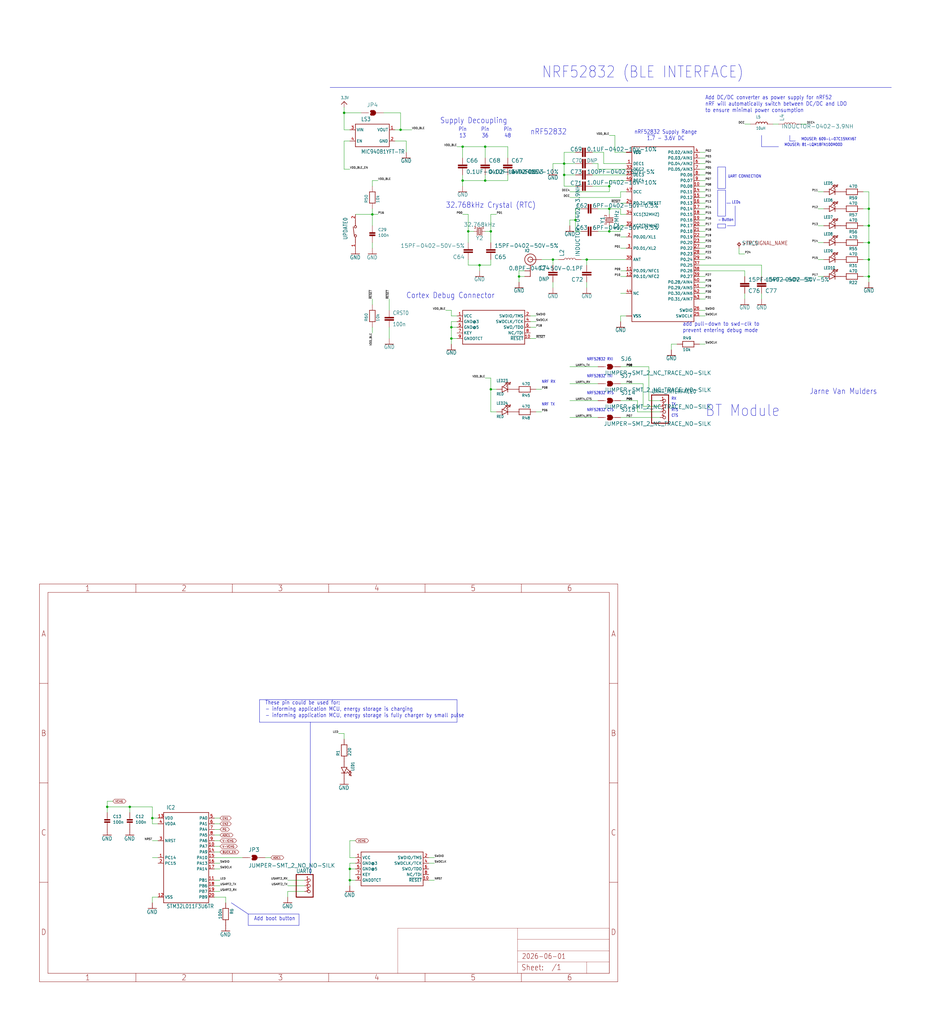
<source format=kicad_sch>
(kicad_sch (version 20230121) (generator eeschema)
  (paper "User" 425.45 461.01)
  (junction (at 233.68 124.46))
  (junction (at 203.2 147.32))
  (junction (at 68.58 368.3))
  (junction (at 208.28 66.04))
  (junction (at 274.32 93.98))
  (junction (at 254 73.66))
  (junction (at 248.92 116.84))
  (junction (at 58.42 363.22))
  (junction (at 274.32 83.82))
  (junction (at 391.16 109.22))
  (junction (at 154.94 50.8))
  (junction (at 180.34 58.42))
  (junction (at 218.44 81.28))
  (junction (at 391.16 116.84))
  (junction (at 259.08 99.06))
  (junction (at 220.98 175.26))
  (junction (at 391.16 124.46))
  (junction (at 48.26 363.22))
  (junction (at 203.2 152.4))
  (junction (at 274.32 104.14))
  (junction (at 254 78.74))
  (junction (at 220.98 104.14))
  (junction (at 167.64 96.52))
  (junction (at 391.16 101.6))
  (junction (at 218.44 66.04))
  (junction (at 215.9 119.38))
  (junction (at 157.48 391.16))
  (junction (at 208.28 81.28))
  (junction (at 157.48 396.24))
  (junction (at 391.16 93.98))
  (junction (at 264.16 116.84))
  (junction (at 210.82 104.14))
  (wire (pts (xy 314.96 104.14) (xy 317.5 104.14)) (stroke (width 0.1524)))
  (polyline (pts (xy 139.7 325.12) (xy 116.84 325.12)) (stroke (width 0.1524) (type solid)))
  (wire (pts (xy 205.74 66.04) (xy 208.28 66.04)) (stroke (width 0.1524)))
  (wire (pts (xy 238.76 147.32) (xy 241.3 147.32)) (stroke (width 0.1524)))
  (wire (pts (xy 167.64 147.32) (xy 167.64 149.86)) (stroke (width 0.1524)))
  (wire (pts (xy 276.86 60.96) (xy 274.32 60.96)) (stroke (width 0.1524)))
  (polyline (pts (xy 111.76 416.56) (xy 111.76 411.48)) (stroke (width 0.1524) (type solid)))
  (wire (pts (xy 175.26 147.32) (xy 175.26 152.4)) (stroke (width 0.1524)))
  (wire (pts (xy 314.96 71.12) (xy 317.5 71.12)) (stroke (width 0.1524)))
  (wire (pts (xy 388.62 124.46) (xy 391.16 124.46)) (stroke (width 0.1524)))
  (wire (pts (xy 220.98 96.52) (xy 220.98 104.14)) (stroke (width 0.1524)))
  (wire (pts (xy 279.4 142.24) (xy 279.4 144.78)) (stroke (width 0.1524)))
  (wire (pts (xy 281.94 101.6) (xy 279.4 101.6)) (stroke (width 0.1524)))
  (wire (pts (xy 314.96 111.76) (xy 317.5 111.76)) (stroke (width 0.1524)))
  (wire (pts (xy 96.52 383.54) (xy 99.06 383.54)) (stroke (width 0.1524)))
  (polyline (pts (xy 104.14 406.4) (xy 111.76 411.48)) (stroke (width 0.1524) (type solid)))
  (wire (pts (xy 205.74 147.32) (xy 203.2 147.32)) (stroke (width 0.1524)))
  (wire (pts (xy 154.94 330.2) (xy 152.4 330.2)) (stroke (width 0.1524)))
  (wire (pts (xy 96.52 403.86) (xy 101.6 403.86)) (stroke (width 0.1524)))
  (wire (pts (xy 180.34 50.8) (xy 180.34 58.42)) (stroke (width 0.1524)))
  (wire (pts (xy 279.4 96.52) (xy 279.4 93.98)) (stroke (width 0.1524)))
  (wire (pts (xy 314.96 154.94) (xy 317.5 154.94)) (stroke (width 0.1524)))
  (polyline (pts (xy 327.406 101.6) (xy 330.962 101.6)) (stroke (width 0.1524) (type solid)))
  (wire (pts (xy 271.78 73.66) (xy 281.94 73.66)) (stroke (width 0.1524)))
  (wire (pts (xy 388.62 109.22) (xy 391.16 109.22)) (stroke (width 0.1524)))
  (wire (pts (xy 391.16 109.22) (xy 391.16 116.84)) (stroke (width 0.1524)))
  (wire (pts (xy 332.74 111.76) (xy 332.74 114.3)) (stroke (width 0.1524)))
  (wire (pts (xy 154.94 50.8) (xy 154.94 58.42)) (stroke (width 0.1524)))
  (wire (pts (xy 96.52 398.78) (xy 99.06 398.78)) (stroke (width 0.1524)))
  (wire (pts (xy 193.04 386.08) (xy 195.58 386.08)) (stroke (width 0.1524)))
  (wire (pts (xy 254 73.66) (xy 254 78.74)) (stroke (width 0.1524)))
  (wire (pts (xy 220.98 96.52) (xy 223.52 96.52)) (stroke (width 0.1524)))
  (wire (pts (xy 281.94 132.08) (xy 279.4 132.08)) (stroke (width 0.1524)))
  (wire (pts (xy 193.04 396.24) (xy 195.58 396.24)) (stroke (width 0.1524)))
  (wire (pts (xy 259.08 99.06) (xy 256.54 99.06)) (stroke (width 0.1524)))
  (wire (pts (xy 289.56 182.88) (xy 289.56 172.72)) (stroke (width 0.1524)))
  (wire (pts (xy 137.16 401.32) (xy 129.54 401.32)) (stroke (width 0.1524)))
  (wire (pts (xy 259.08 78.74) (xy 254 78.74)) (stroke (width 0.1524)))
  (wire (pts (xy 96.52 375.92) (xy 99.06 375.92)) (stroke (width 0.1524)))
  (wire (pts (xy 302.26 154.94) (xy 302.26 157.48)) (stroke (width 0.1524)))
  (wire (pts (xy 281.94 111.76) (xy 279.4 111.76)) (stroke (width 0.1524)))
  (wire (pts (xy 314.96 129.54) (xy 317.5 129.54)) (stroke (width 0.1524)))
  (wire (pts (xy 314.96 76.2) (xy 317.5 76.2)) (stroke (width 0.1524)))
  (polyline (pts (xy 342.9 60.96) (xy 342.9 66.04)) (stroke (width 0.1524) (type solid)))
  (wire (pts (xy 241.3 185.42) (xy 243.84 185.42)) (stroke (width 0.1524)))
  (wire (pts (xy 96.52 401.32) (xy 99.06 401.32)) (stroke (width 0.1524)))
  (wire (pts (xy 210.82 109.22) (xy 210.82 104.14)) (stroke (width 0.1524)))
  (wire (pts (xy 96.52 368.3) (xy 99.06 368.3)) (stroke (width 0.1524)))
  (wire (pts (xy 314.96 139.7) (xy 317.5 139.7)) (stroke (width 0.1524)))
  (wire (pts (xy 279.4 101.6) (xy 279.4 104.14)) (stroke (width 0.1524)))
  (wire (pts (xy 314.96 116.84) (xy 317.5 116.84)) (stroke (width 0.1524)))
  (wire (pts (xy 391.16 101.6) (xy 391.16 109.22)) (stroke (width 0.1524)))
  (wire (pts (xy 241.3 175.26) (xy 243.84 175.26)) (stroke (width 0.1524)))
  (wire (pts (xy 388.62 86.36) (xy 391.16 86.36)) (stroke (width 0.1524)))
  (wire (pts (xy 223.52 185.42) (xy 220.98 185.42)) (stroke (width 0.1524)))
  (wire (pts (xy 238.76 142.24) (xy 241.3 142.24)) (stroke (width 0.1524)))
  (polyline (pts (xy 139.7 393.7) (xy 139.7 325.12)) (stroke (width 0.1524) (type solid)))
  (wire (pts (xy 279.4 88.9) (xy 256.54 88.9)) (stroke (width 0.1524)))
  (wire (pts (xy 269.24 187.96) (xy 256.54 187.96)) (stroke (width 0.1524)))
  (wire (pts (xy 269.24 172.72) (xy 256.54 172.72)) (stroke (width 0.1524)))
  (wire (pts (xy 391.16 124.46) (xy 391.16 127)) (stroke (width 0.1524)))
  (wire (pts (xy 274.32 93.98) (xy 279.4 93.98)) (stroke (width 0.1524)))
  (wire (pts (xy 259.08 99.06) (xy 259.08 104.14)) (stroke (width 0.1524)))
  (wire (pts (xy 287.02 185.42) (xy 287.02 180.34)) (stroke (width 0.1524)))
  (wire (pts (xy 68.58 363.22) (xy 58.42 363.22)) (stroke (width 0.1524)))
  (wire (pts (xy 238.76 152.4) (xy 241.3 152.4)) (stroke (width 0.1524)))
  (wire (pts (xy 281.94 91.44) (xy 279.4 91.44)) (stroke (width 0.1524)))
  (wire (pts (xy 162.56 50.8) (xy 154.94 50.8)) (stroke (width 0.1524)))
  (wire (pts (xy 208.28 83.82) (xy 208.28 81.28)) (stroke (width 0.1524)))
  (wire (pts (xy 96.52 388.62) (xy 99.06 388.62)) (stroke (width 0.1524)))
  (wire (pts (xy 314.96 96.52) (xy 317.5 96.52)) (stroke (width 0.1524)))
  (wire (pts (xy 335.28 124.46) (xy 335.28 121.92)) (stroke (width 0.1524)))
  (wire (pts (xy 391.16 93.98) (xy 391.16 101.6)) (stroke (width 0.1524)))
  (wire (pts (xy 370.84 93.98) (xy 368.3 93.98)) (stroke (width 0.1524)))
  (wire (pts (xy 314.96 134.62) (xy 317.5 134.62)) (stroke (width 0.1524)))
  (wire (pts (xy 238.76 144.78) (xy 241.3 144.78)) (stroke (width 0.1524)))
  (wire (pts (xy 360.68 55.88) (xy 363.22 55.88)) (stroke (width 0.1524)))
  (wire (pts (xy 203.2 139.7) (xy 200.66 139.7)) (stroke (width 0.1524)))
  (wire (pts (xy 203.2 142.24) (xy 203.2 139.7)) (stroke (width 0.1524)))
  (wire (pts (xy 264.16 129.54) (xy 264.16 127)) (stroke (width 0.1524)))
  (polyline (pts (xy 205.74 325.12) (xy 139.7 325.12)) (stroke (width 0.1524) (type solid)))
  (wire (pts (xy 154.94 48.26) (xy 154.94 50.8)) (stroke (width 0.1524)))
  (wire (pts (xy 248.92 73.66) (xy 248.92 76.2)) (stroke (width 0.1524)))
  (wire (pts (xy 218.44 78.74) (xy 218.44 81.28)) (stroke (width 0.1524)))
  (wire (pts (xy 154.94 58.42) (xy 157.48 58.42)) (stroke (width 0.1524)))
  (wire (pts (xy 220.98 116.84) (xy 220.98 119.38)) (stroke (width 0.1524)))
  (wire (pts (xy 388.62 93.98) (xy 391.16 93.98)) (stroke (width 0.1524)))
  (wire (pts (xy 279.4 180.34) (xy 287.02 180.34)) (stroke (width 0.1524)))
  (wire (pts (xy 254 68.58) (xy 254 73.66)) (stroke (width 0.1524)))
  (wire (pts (xy 208.28 81.28) (xy 208.28 78.74)) (stroke (width 0.1524)))
  (wire (pts (xy 281.94 142.24) (xy 279.4 142.24)) (stroke (width 0.1524)))
  (wire (pts (xy 342.9 132.08) (xy 342.9 134.62)) (stroke (width 0.1524)))
  (wire (pts (xy 210.82 96.52) (xy 210.82 104.14)) (stroke (width 0.1524)))
  (wire (pts (xy 304.8 154.94) (xy 302.26 154.94)) (stroke (width 0.1524)))
  (wire (pts (xy 279.4 187.96) (xy 297.18 187.96)) (stroke (width 0.1524)))
  (wire (pts (xy 347.98 55.88) (xy 350.52 55.88)) (stroke (width 0.1524)))
  (wire (pts (xy 71.12 378.46) (xy 68.58 378.46)) (stroke (width 0.1524)))
  (wire (pts (xy 203.2 152.4) (xy 203.2 154.94)) (stroke (width 0.1524)))
  (wire (pts (xy 254 83.82) (xy 259.08 83.82)) (stroke (width 0.1524)))
  (wire (pts (xy 269.24 104.14) (xy 274.32 104.14)) (stroke (width 0.1524)))
  (wire (pts (xy 314.96 73.66) (xy 317.5 73.66)) (stroke (width 0.1524)))
  (wire (pts (xy 251.46 116.84) (xy 248.92 116.84)) (stroke (width 0.1524)))
  (wire (pts (xy 167.64 96.52) (xy 167.64 101.6)) (stroke (width 0.1524)))
  (wire (pts (xy 154.94 63.5) (xy 154.94 76.2)) (stroke (width 0.1524)))
  (wire (pts (xy 210.82 96.52) (xy 208.28 96.52)) (stroke (width 0.1524)))
  (wire (pts (xy 233.68 121.92) (xy 233.68 124.46)) (stroke (width 0.1524)))
  (wire (pts (xy 167.64 81.28) (xy 170.18 81.28)) (stroke (width 0.1524)))
  (wire (pts (xy 274.32 81.28) (xy 274.32 83.82)) (stroke (width 0.1524)))
  (wire (pts (xy 236.22 124.46) (xy 233.68 124.46)) (stroke (width 0.1524)))
  (polyline (pts (xy 342.9 66.04) (xy 350.52 66.04)) (stroke (width 0.1524) (type solid)))
  (wire (pts (xy 314.96 142.24) (xy 317.5 142.24)) (stroke (width 0.1524)))
  (wire (pts (xy 154.94 332.74) (xy 154.94 330.2)) (stroke (width 0.1524)))
  (wire (pts (xy 68.58 368.3) (xy 71.12 368.3)) (stroke (width 0.1524)))
  (wire (pts (xy 96.52 391.16) (xy 99.06 391.16)) (stroke (width 0.1524)))
  (wire (pts (xy 220.98 185.42) (xy 220.98 175.26)) (stroke (width 0.1524)))
  (wire (pts (xy 314.96 91.44) (xy 317.5 91.44)) (stroke (width 0.1524)))
  (wire (pts (xy 276.86 68.58) (xy 276.86 60.96)) (stroke (width 0.1524)))
  (wire (pts (xy 335.28 132.08) (xy 335.28 134.62)) (stroke (width 0.1524)))
  (polyline (pts (xy 111.76 411.48) (xy 134.62 411.48)) (stroke (width 0.1524) (type solid)))
  (wire (pts (xy 215.9 121.92) (xy 215.9 119.38)) (stroke (width 0.1524)))
  (wire (pts (xy 248.92 119.38) (xy 248.92 116.84)) (stroke (width 0.1524)))
  (wire (pts (xy 259.08 68.58) (xy 254 68.58)) (stroke (width 0.1524)))
  (wire (pts (xy 370.84 109.22) (xy 368.3 109.22)) (stroke (width 0.1524)))
  (wire (pts (xy 48.26 363.22) (xy 48.26 365.76)) (stroke (width 0.1524)))
  (wire (pts (xy 332.74 114.3) (xy 335.28 114.3)) (stroke (width 0.1524)))
  (polyline (pts (xy 205.74 314.96) (xy 205.74 325.12)) (stroke (width 0.1524) (type solid)))
  (wire (pts (xy 279.4 86.36) (xy 279.4 88.9)) (stroke (width 0.1524)))
  (wire (pts (xy 269.24 165.1) (xy 256.54 165.1)) (stroke (width 0.1524)))
  (wire (pts (xy 314.96 106.68) (xy 317.5 106.68)) (stroke (width 0.1524)))
  (wire (pts (xy 167.64 93.98) (xy 167.64 96.52)) (stroke (width 0.1524)))
  (wire (pts (xy 337.82 55.88) (xy 335.28 55.88)) (stroke (width 0.1524)))
  (wire (pts (xy 157.48 386.08) (xy 157.48 378.46)) (stroke (width 0.1524)))
  (wire (pts (xy 236.22 121.92) (xy 233.68 121.92)) (stroke (width 0.1524)))
  (wire (pts (xy 137.16 396.24) (xy 129.54 396.24)) (stroke (width 0.1524)))
  (wire (pts (xy 279.4 165.1) (xy 292.1 165.1)) (stroke (width 0.1524)))
  (wire (pts (xy 205.74 142.24) (xy 203.2 142.24)) (stroke (width 0.1524)))
  (wire (pts (xy 218.44 71.12) (xy 218.44 66.04)) (stroke (width 0.1524)))
  (wire (pts (xy 210.82 119.38) (xy 210.82 116.84)) (stroke (width 0.1524)))
  (wire (pts (xy 167.64 137.16) (xy 167.64 134.62)) (stroke (width 0.1524)))
  (wire (pts (xy 233.68 124.46) (xy 233.68 127)) (stroke (width 0.1524)))
  (wire (pts (xy 160.02 96.52) (xy 167.64 96.52)) (stroke (width 0.1524)))
  (wire (pts (xy 119.38 386.08) (xy 121.92 386.08)) (stroke (width 0.1524)))
  (polyline (pts (xy 355.6 63.5) (xy 358.14 63.5)) (stroke (width 0.1524) (type solid)))
  (wire (pts (xy 297.18 185.42) (xy 287.02 185.42)) (stroke (width 0.1524)))
  (wire (pts (xy 48.26 363.22) (xy 48.26 360.68)) (stroke (width 0.1524)))
  (polyline (pts (xy 134.62 411.48) (xy 134.62 416.56)) (stroke (width 0.1524) (type solid)))
  (wire (pts (xy 281.94 68.58) (xy 276.86 68.58)) (stroke (width 0.1524)))
  (wire (pts (xy 218.44 81.28) (xy 228.6 81.28)) (stroke (width 0.1524)))
  (wire (pts (xy 269.24 93.98) (xy 274.32 93.98)) (stroke (width 0.1524)))
  (wire (pts (xy 281.94 81.28) (xy 274.32 81.28)) (stroke (width 0.1524)))
  (wire (pts (xy 203.2 147.32) (xy 203.2 152.4)) (stroke (width 0.1524)))
  (wire (pts (xy 160.02 391.16) (xy 157.48 391.16)) (stroke (width 0.1524)))
  (wire (pts (xy 208.28 71.12) (xy 208.28 66.04)) (stroke (width 0.1524)))
  (wire (pts (xy 160.02 396.24) (xy 157.48 396.24)) (stroke (width 0.1524)))
  (wire (pts (xy 314.96 68.58) (xy 317.5 68.58)) (stroke (width 0.1524)))
  (wire (pts (xy 218.44 66.04) (xy 228.6 66.04)) (stroke (width 0.1524)))
  (wire (pts (xy 157.48 378.46) (xy 160.02 378.46)) (stroke (width 0.1524)))
  (wire (pts (xy 205.74 144.78) (xy 203.2 144.78)) (stroke (width 0.1524)))
  (wire (pts (xy 274.32 104.14) (xy 279.4 104.14)) (stroke (width 0.1524)))
  (wire (pts (xy 314.96 99.06) (xy 317.5 99.06)) (stroke (width 0.1524)))
  (wire (pts (xy 266.7 78.74) (xy 281.94 78.74)) (stroke (width 0.1524)))
  (wire (pts (xy 342.9 119.38) (xy 342.9 124.46)) (stroke (width 0.1524)))
  (wire (pts (xy 160.02 388.62) (xy 157.48 388.62)) (stroke (width 0.1524)))
  (wire (pts (xy 215.9 119.38) (xy 210.82 119.38)) (stroke (width 0.1524)))
  (wire (pts (xy 292.1 180.34) (xy 292.1 165.1)) (stroke (width 0.1524)))
  (wire (pts (xy 68.58 403.86) (xy 68.58 406.4)) (stroke (width 0.1524)))
  (polyline (pts (xy 355.6 60.96) (xy 355.6 63.5)) (stroke (width 0.1524) (type solid)))
  (wire (pts (xy 154.94 76.2) (xy 157.48 76.2)) (stroke (width 0.1524)))
  (wire (pts (xy 96.52 386.08) (xy 109.22 386.08)) (stroke (width 0.1524)))
  (polyline (pts (xy 323.596 99.06) (xy 324.358 99.06)) (stroke (width 0.1524) (type solid)))
  (wire (pts (xy 269.24 73.66) (xy 266.7 73.66)) (stroke (width 0.1524)))
  (wire (pts (xy 101.6 403.86) (xy 101.6 406.4)) (stroke (width 0.1524)))
  (wire (pts (xy 314.96 119.38) (xy 342.9 119.38)) (stroke (width 0.1524)))
  (wire (pts (xy 314.96 124.46) (xy 317.5 124.46)) (stroke (width 0.1524)))
  (wire (pts (xy 274.32 86.36) (xy 256.54 86.36)) (stroke (width 0.1524)))
  (wire (pts (xy 175.26 139.7) (xy 175.26 134.62)) (stroke (width 0.1524)))
  (wire (pts (xy 71.12 403.86) (xy 68.58 403.86)) (stroke (width 0.1524)))
  (wire (pts (xy 68.58 370.84) (xy 68.58 368.3)) (stroke (width 0.1524)))
  (wire (pts (xy 96.52 378.46) (xy 99.06 378.46)) (stroke (width 0.1524)))
  (wire (pts (xy 314.96 86.36) (xy 317.5 86.36)) (stroke (width 0.1524)))
  (wire (pts (xy 167.64 109.22) (xy 167.64 111.76)) (stroke (width 0.1524)))
  (wire (pts (xy 220.98 119.38) (xy 215.9 119.38)) (stroke (width 0.1524)))
  (wire (pts (xy 264.16 116.84) (xy 281.94 116.84)) (stroke (width 0.1524)))
  (wire (pts (xy 314.96 88.9) (xy 317.5 88.9)) (stroke (width 0.1524)))
  (polyline (pts (xy 328.93 91.44) (xy 327.152 91.44)) (stroke (width 0.1524) (type solid)))
  (wire (pts (xy 157.48 396.24) (xy 157.48 398.78)) (stroke (width 0.1524)))
  (wire (pts (xy 314.96 101.6) (xy 317.5 101.6)) (stroke (width 0.1524)))
  (polyline (pts (xy 116.84 325.12) (xy 116.84 314.96)) (stroke (width 0.1524) (type solid)))
  (wire (pts (xy 274.32 93.98) (xy 274.32 96.52)) (stroke (width 0.1524)))
  (wire (pts (xy 261.62 116.84) (xy 264.16 116.84)) (stroke (width 0.1524)))
  (wire (pts (xy 248.92 116.84) (xy 243.84 116.84)) (stroke (width 0.1524)))
  (wire (pts (xy 68.58 368.3) (xy 68.58 363.22)) (stroke (width 0.1524)))
  (wire (pts (xy 281.94 96.52) (xy 279.4 96.52)) (stroke (width 0.1524)))
  (wire (pts (xy 157.48 391.16) (xy 157.48 396.24)) (stroke (width 0.1524)))
  (wire (pts (xy 281.94 121.92) (xy 279.4 121.92)) (stroke (width 0.1524)))
  (wire (pts (xy 220.98 170.18) (xy 218.44 170.18)) (stroke (width 0.1524)))
  (wire (pts (xy 157.48 63.5) (xy 154.94 63.5)) (stroke (width 0.1524)))
  (wire (pts (xy 274.32 104.14) (xy 274.32 101.6)) (stroke (width 0.1524)))
  (wire (pts (xy 370.84 116.84) (xy 368.3 116.84)) (stroke (width 0.1524)))
  (wire (pts (xy 335.28 121.92) (xy 314.96 121.92)) (stroke (width 0.1524)))
  (wire (pts (xy 314.96 127) (xy 317.5 127)) (stroke (width 0.1524)))
  (wire (pts (xy 314.96 78.74) (xy 317.5 78.74)) (stroke (width 0.1524)))
  (wire (pts (xy 264.16 119.38) (xy 264.16 116.84)) (stroke (width 0.1524)))
  (wire (pts (xy 297.18 180.34) (xy 292.1 180.34)) (stroke (width 0.1524)))
  (polyline (pts (xy 116.84 314.96) (xy 205.74 314.96)) (stroke (width 0.1524) (type solid)))
  (wire (pts (xy 388.62 101.6) (xy 391.16 101.6)) (stroke (width 0.1524)))
  (wire (pts (xy 254 73.66) (xy 248.92 73.66)) (stroke (width 0.1524)))
  (wire (pts (xy 58.42 363.22) (xy 48.26 363.22)) (stroke (width 0.1524)))
  (wire (pts (xy 314.96 132.08) (xy 317.5 132.08)) (stroke (width 0.1524)))
  (wire (pts (xy 182.88 63.5) (xy 182.88 68.58)) (stroke (width 0.1524)))
  (wire (pts (xy 177.8 63.5) (xy 182.88 63.5)) (stroke (width 0.1524)))
  (wire (pts (xy 208.28 81.28) (xy 218.44 81.28)) (stroke (width 0.1524)))
  (wire (pts (xy 391.16 86.36) (xy 391.16 93.98)) (stroke (width 0.1524)))
  (wire (pts (xy 208.28 66.04) (xy 218.44 66.04)) (stroke (width 0.1524)))
  (wire (pts (xy 297.18 182.88) (xy 289.56 182.88)) (stroke (width 0.1524)))
  (wire (pts (xy 370.84 101.6) (xy 368.3 101.6)) (stroke (width 0.1524)))
  (wire (pts (xy 370.84 86.36) (xy 368.3 86.36)) (stroke (width 0.1524)))
  (wire (pts (xy 167.64 96.52) (xy 170.18 96.52)) (stroke (width 0.1524)))
  (wire (pts (xy 228.6 66.04) (xy 228.6 71.12)) (stroke (width 0.1524)))
  (wire (pts (xy 261.62 104.14) (xy 259.08 104.14)) (stroke (width 0.1524)))
  (wire (pts (xy 96.52 381) (xy 99.06 381)) (stroke (width 0.1524)))
  (wire (pts (xy 220.98 175.26) (xy 220.98 170.18)) (stroke (width 0.1524)))
  (wire (pts (xy 220.98 104.14) (xy 218.44 104.14)) (stroke (width 0.1524)))
  (wire (pts (xy 210.82 104.14) (xy 213.36 104.14)) (stroke (width 0.1524)))
  (wire (pts (xy 167.64 83.82) (xy 167.64 81.28)) (stroke (width 0.1524)))
  (wire (pts (xy 314.96 114.3) (xy 317.5 114.3)) (stroke (width 0.1524)))
  (wire (pts (xy 256.54 99.06) (xy 256.54 101.6)) (stroke (width 0.1524)))
  (wire (pts (xy 254 78.74) (xy 254 83.82)) (stroke (width 0.1524)))
  (wire (pts (xy 269.24 76.2) (xy 269.24 73.66)) (stroke (width 0.1524)))
  (wire (pts (xy 271.78 68.58) (xy 271.78 73.66)) (stroke (width 0.1524)))
  (wire (pts (xy 274.32 83.82) (xy 266.7 83.82)) (stroke (width 0.1524)))
  (wire (pts (xy 281.94 124.46) (xy 279.4 124.46)) (stroke (width 0.1524)))
  (wire (pts (xy 279.4 172.72) (xy 289.56 172.72)) (stroke (width 0.1524)))
  (wire (pts (xy 137.16 398.78) (xy 129.54 398.78)) (stroke (width 0.1524)))
  (wire (pts (xy 96.52 373.38) (xy 99.06 373.38)) (stroke (width 0.1524)))
  (wire (pts (xy 317.5 83.82) (xy 314.96 83.82)) (stroke (width 0.1524)))
  (wire (pts (xy 261.62 93.98) (xy 259.08 93.98)) (stroke (width 0.1524)))
  (polyline (pts (xy 134.62 416.56) (xy 111.76 416.56)) (stroke (width 0.1524) (type solid)))
  (wire (pts (xy 129.54 401.32) (xy 129.54 403.86)) (stroke (width 0.1524)))
  (wire (pts (xy 71.12 370.84) (xy 68.58 370.84)) (stroke (width 0.1524)))
  (polyline (pts (xy 330.962 101.6) (xy 330.962 92.71)) (stroke (width 0.1524) (type solid)))
  (wire (pts (xy 370.84 124.46) (xy 368.3 124.46)) (stroke (width 0.1524)))
  (wire (pts (xy 314.96 93.98) (xy 317.5 93.98)) (stroke (width 0.1524)))
  (wire (pts (xy 274.32 83.82) (xy 274.32 86.36)) (stroke (width 0.1524)))
  (wire (pts (xy 314.96 109.22) (xy 317.5 109.22)) (stroke (width 0.1524)))
  (wire (pts (xy 391.16 116.84) (xy 391.16 124.46)) (stroke (width 0.1524)))
  (wire (pts (xy 71.12 386.08) (xy 68.58 386.08)) (stroke (width 0.1524)))
  (wire (pts (xy 259.08 93.98) (xy 259.08 99.06)) (stroke (width 0.1524)))
  (wire (pts (xy 203.2 144.78) (xy 203.2 147.32)) (stroke (width 0.1524)))
  (wire (pts (xy 180.34 58.42) (xy 185.42 58.42)) (stroke (width 0.1524)))
  (wire (pts (xy 281.94 106.68) (xy 279.4 106.68)) (stroke (width 0.1524)))
  (wire (pts (xy 317.5 81.28) (xy 314.96 81.28)) (stroke (width 0.1524)))
  (wire (pts (xy 96.52 370.84) (xy 99.06 370.84)) (stroke (width 0.1524)))
  (wire (pts (xy 259.08 73.66) (xy 254 73.66)) (stroke (width 0.1524)))
  (wire (pts (xy 160.02 386.08) (xy 157.48 386.08)) (stroke (width 0.1524)))
  (wire (pts (xy 193.04 388.62) (xy 195.58 388.62)) (stroke (width 0.1524)))
  (wire (pts (xy 248.92 129.54) (xy 248.92 127)) (stroke (width 0.1524)))
  (wire (pts (xy 223.52 175.26) (xy 220.98 175.26)) (stroke (width 0.1524)))
  (wire (pts (xy 281.94 76.2) (xy 269.24 76.2)) (stroke (width 0.1524)))
  (wire (pts (xy 220.98 109.22) (xy 220.98 104.14)) (stroke (width 0.1524)))
  (wire (pts (xy 205.74 152.4) (xy 203.2 152.4)) (stroke (width 0.1524)))
  (wire (pts (xy 48.26 360.68) (xy 50.8 360.68)) (stroke (width 0.1524)))
  (wire (pts (xy 180.34 58.42) (xy 177.8 58.42)) (stroke (width 0.1524)))
  (wire (pts (xy 58.42 363.22) (xy 58.42 365.76)) (stroke (width 0.1524)))
  (wire (pts (xy 96.52 396.24) (xy 99.06 396.24)) (stroke (width 0.1524)))
  (wire (pts (xy 269.24 180.34) (xy 256.54 180.34)) (stroke (width 0.1524)))
  (wire (pts (xy 228.6 81.28) (xy 228.6 78.74)) (stroke (width 0.1524)))
  (wire (pts (xy 281.94 86.36) (xy 279.4 86.36)) (stroke (width 0.1524)))
  (polyline (pts (xy 148.59 39.37) (xy 401.32 39.37)) (stroke (width 0.1524) (type solid)))
  (wire (pts (xy 157.48 388.62) (xy 157.48 391.16)) (stroke (width 0.1524)))
  (wire (pts (xy 172.72 50.8) (xy 180.34 50.8)) (stroke (width 0.1524)))
  (wire (pts (xy 266.7 68.58) (xy 271.78 68.58)) (stroke (width 0.1524)))
  (wire (pts (xy 388.62 116.84) (xy 391.16 116.84)) (stroke (width 0.1524)))
  (rectangle (start 323.088 102.616) (end 326.644 100.838) (fill (type outline)))
  (rectangle (start 323.088 84.836) (end 326.644 75.184) (fill (type outline)))
  (rectangle (start 323.088 97.282) (end 326.644 85.598) (fill (type outline)))
  (text "NRF52832 TXI" (at 264.16 170.18 0) (effects (font (size 1.27 1.0795)) (justify left bottom)))
  (text "Add DC/DC converter as power supply for nRF52\nnRF will automatically switch between DC/DC and LDO\nto ensure minimal power consumption" (at 317.5 50.8 0) (effects (font (size 1.778 1.5113)) (justify left bottom)))
  (text "CTS" (at 302.26 187.96 0) (effects (font (size 1.27 1.0795)) (justify left bottom)))
  (text "NRF52832 RTS" (at 264.16 177.8 0) (effects (font (size 1.27 1.0795)) (justify left bottom)))
  (text "UART CONNECTION" (at 327.66 80.264 0) (effects (font (size 1.27 1.0795)) (justify left bottom)))
  (text "Cortex Debug Connector" (at 182.88 134.62 0) (effects (font (size 2.54 2.159)) (justify left bottom)))
  (text "NRF52832 CTS" (at 264.16 185.42 0) (effects (font (size 1.27 1.0795)) (justify left bottom)))
  (text "NRF52832 (BLE INTERFACE)" (at 243.84 35.56 0) (effects (font (size 5.08 4.318)) (justify left bottom)))
  (text "LEDs" (at 329.438 91.948 0) (effects (font (size 1.27 1.0795)) (justify left bottom)))
  (text "BT Module" (at 317.5 187.96 0) (effects (font (size 5.08 4.318)) (justify left bottom)))
  (text "32.768kHz Crystal (RTC)" (at 200.66 93.98 0) (effects (font (size 2.54 2.159)) (justify left bottom)))
  (text "NRF52832 RXI" (at 264.16 162.56 0) (effects (font (size 1.27 1.0795)) (justify left bottom)))
  (text "RX" (at 302.26 180.34 0) (effects (font (size 1.27 1.0795)) (justify left bottom)))
  (text "nRF52832 Supply Range\n~{1.7} - 3.6V DC~{}" (at 299.72 60.96 0) (effects (font (size 1.778 1.5113))))
  (text "nRF52832" (at 238.76 60.96 0) (effects (font (size 2.54 2.159)) (justify left bottom)))
  (text "Jarne Van Mulders" (at 364.49 177.8 0) (effects (font (size 2.54 2.159)) (justify left bottom)))
  (text "Supply Decoupling" (at 198.12 55.88 0) (effects (font (size 2.54 2.159)) (justify left bottom)))
  (text "TX" (at 302.26 182.88 0) (effects (font (size 1.27 1.0795)) (justify left bottom)))
  (text "add pull-down to swd-clk to\nprevent entering debug mode" (at 307.34 149.86 0) (effects (font (size 1.778 1.5113)) (justify left bottom)))
  (text "NRF RX" (at 243.84 172.72 0) (effects (font (size 1.27 1.0795)) (justify left bottom)))
  (text "MOUSER: 81-LQM18FN100M00D" (at 353.06 66.04 0) (effects (font (size 1.27 1.0795)) (justify left bottom)))
  (text "Pin\n13" (at 208.28 62.23 0) (effects (font (size 1.778 1.5113)) (justify bottom)))
  (text "RTS" (at 302.26 185.42 0) (effects (font (size 1.27 1.0795)) (justify left bottom)))
  (text "Pin\n36" (at 218.44 62.23 0) (effects (font (size 1.778 1.5113)) (justify bottom)))
  (text "MOUSER: 609-L-07C15NKV6T" (at 360.68 63.5 0) (effects (font (size 1.27 1.0795)) (justify left bottom)))
  (text "NRF TX" (at 243.84 182.88 0) (effects (font (size 1.27 1.0795)) (justify left bottom)))
  (text "Add boot button" (at 114.3 414.655 0) (effects (font (size 1.778 1.5113)) (justify left bottom)))
  (text "Pin\n48" (at 228.6 62.23 0) (effects (font (size 1.778 1.5113)) (justify bottom)))
  (text "Button" (at 324.866 99.822 0) (effects (font (size 1.27 1.0795)) (justify left bottom)))
  (text "These pin could be used for:\n- informing application MCU, energy storage is charging\n- informing application MCU, energy storage is fully charger by small pulse" (at 119.38 323.215 0) (effects (font (size 1.778 1.5113)) (justify left bottom)))
  (label "P12" (at 368.3 93.98 180) (effects (font (size 0.889 0.889))))
  (label "VDD_BLE" (at 167.64 149.86 270) (effects (font (size 0.889 0.889))))
  (label "P08" (at 281.94 165.1 0) (effects (font (size 0.889 0.889))))
  (label "P07" (at 281.94 187.96 0) (effects (font (size 0.889 0.889))))
  (label "SWDCLK" (at 99.06 391.16 0) (effects (font (size 0.889 0.889))))
  (label "P00" (at 279.4 106.68 180) (effects (font (size 0.889 0.889))))
  (label "DEC4" (at 363.22 55.88 0) (effects (font (size 0.889 0.889))))
  (label "P06" (at 281.94 172.72 0) (effects (font (size 0.889 0.889))))
  (label "VDD_BLE" (at 274.32 60.96 180) (effects (font (size 0.889 0.889))))
  (label "UART4_CTS" (at 259.08 180.34 0) (effects (font (size 0.889 0.889))))
  (label "P15" (at 368.3 116.84 180) (effects (font (size 0.889 0.889))))
  (label "P13" (at 317.5 91.44 0) (effects (font (size 0.889 0.889))))
  (label "P14" (at 317.5 93.98 0) (effects (font (size 0.889 0.889))))
  (label "P16" (at 170.18 96.52 0) (effects (font (size 0.889 0.889))))
  (label "UART4_TX" (at 259.08 165.1 0) (effects (font (size 0.889 0.889))))
  (label "P17" (at 368.3 124.46 180) (effects (font (size 0.889 0.889))))
  (label "P31" (at 317.5 134.62 0) (effects (font (size 0.889 0.889))))
  (label "SWDCLK" (at 241.3 144.78 0) (effects (font (size 0.889 0.889))))
  (label "P12" (at 317.5 88.9 0) (effects (font (size 0.889 0.889))))
  (label "P13" (at 368.3 101.6 180) (effects (font (size 0.889 0.889))))
  (label "P07" (at 317.5 81.28 0) (effects (font (size 0.889 0.889))))
  (label "~{RESET}" (at 175.26 134.62 90) (effects (font (size 0.889 0.889))))
  (label "P24" (at 317.5 116.84 0) (effects (font (size 0.889 0.889))))
  (label "P20" (at 317.5 109.22 0) (effects (font (size 0.889 0.889))))
  (label "DCC" (at 335.28 55.88 180) (effects (font (size 0.889 0.889))))
  (label "P30" (at 317.5 132.08 0) (effects (font (size 0.889 0.889))))
  (label "DCC" (at 256.54 88.9 180) (effects (font (size 0.889 0.889))))
  (label "P18" (at 241.3 147.32 0) (effects (font (size 0.889 0.889))))
  (label "SWDCLK" (at 195.58 388.62 0) (effects (font (size 0.889 0.889))))
  (label "USART2_TX" (at 129.54 398.78 180) (effects (font (size 0.889 0.889))))
  (label "VDD_BLE" (at 205.74 66.04 180) (effects (font (size 0.889 0.889))))
  (label "P01" (at 279.4 111.76 180) (effects (font (size 0.889 0.889))))
  (label "P15" (at 317.5 96.52 0) (effects (font (size 0.889 0.889))))
  (label "P28" (at 317.5 127 0) (effects (font (size 0.889 0.889))))
  (label "USART2_RX" (at 129.54 396.24 180) (effects (font (size 0.889 0.889))))
  (label "~{RESET}" (at 279.4 91.44 180) (effects (font (size 0.889 0.889))))
  (label "VDD_BLE_EN" (at 157.48 76.2 0) (effects (font (size 0.889 0.889))))
  (label "SWDIO" (at 317.5 139.7 0) (effects (font (size 0.889 0.889))))
  (label "DEC4" (at 256.54 86.36 180) (effects (font (size 0.889 0.889))))
  (label "P17" (at 317.5 101.6 0) (effects (font (size 0.889 0.889))))
  (label "P05" (at 317.5 76.2 0) (effects (font (size 0.889 0.889))))
  (label "P10" (at 279.4 124.46 180) (effects (font (size 0.889 0.889))))
  (label "P23" (at 317.5 114.3 0) (effects (font (size 0.889 0.889))))
  (label "P08" (at 243.84 175.26 0) (effects (font (size 0.889 0.889))))
  (label "P14" (at 368.3 109.22 180) (effects (font (size 0.889 0.889))))
  (label "UART4_RX" (at 259.08 172.72 0) (effects (font (size 0.889 0.889))))
  (label "UART4_RTS" (at 259.08 187.96 0) (effects (font (size 0.889 0.889))))
  (label "SWDIO" (at 99.06 388.62 0) (effects (font (size 0.889 0.889))))
  (label "SWDCLK" (at 317.5 154.94 0) (effects (font (size 0.889 0.889))))
  (label "P05" (at 281.94 180.34 0) (effects (font (size 0.889 0.889))))
  (label "P27" (at 317.5 124.46 0) (effects (font (size 0.889 0.889))))
  (label "P24" (at 335.28 114.3 0) (effects (font (size 0.889 0.889))))
  (label "VDD_BLE" (at 200.66 139.7 180) (effects (font (size 0.889 0.889))))
  (label "VDD_BLE" (at 218.44 170.18 180) (effects (font (size 0.889 0.889))))
  (label "P08" (at 317.5 83.82 0) (effects (font (size 0.889 0.889))))
  (label "LED" (at 99.06 396.24 0) (effects (font (size 0.889 0.889))))
  (label "P06" (at 243.84 185.42 0) (effects (font (size 0.889 0.889))))
  (label "P03" (at 317.5 71.12 0) (effects (font (size 0.889 0.889))))
  (label "LED" (at 152.4 330.2 180) (effects (font (size 0.889 0.889))))
  (label "NRST" (at 68.58 378.46 180) (effects (font (size 0.889 0.889))))
  (label "P05" (at 281.94 180.34 0) (effects (font (size 0.889 0.889))))
  (label "P11" (at 368.3 86.36 180) (effects (font (size 0.889 0.889))))
  (label "NRST" (at 195.58 396.24 0) (effects (font (size 0.889 0.889))))
  (label "P18" (at 317.5 104.14 0) (effects (font (size 0.889 0.889))))
  (label "P19" (at 317.5 106.68 0) (effects (font (size 0.889 0.889))))
  (label "P00" (at 208.28 96.52 180) (effects (font (size 0.889 0.889))))
  (label "P08" (at 281.94 165.1 0) (effects (font (size 0.889 0.889))))
  (label "P09" (at 279.4 121.92 180) (effects (font (size 0.889 0.889))))
  (label "VDD_BLE" (at 170.18 81.28 0) (effects (font (size 0.889 0.889))))
  (label "SWDIO" (at 241.3 142.24 0) (effects (font (size 0.889 0.889))))
  (label "VDD_BLE" (at 185.42 58.42 0) (effects (font (size 0.889 0.889))))
  (label "USART2_TX" (at 99.06 398.78 0) (effects (font (size 0.889 0.889))))
  (label "~{RESET}" (at 167.64 134.62 90) (effects (font (size 0.889 0.889))))
  (label "P01" (at 223.52 96.52 0) (effects (font (size 0.889 0.889))))
  (label "USART2_RX" (at 99.06 401.32 0) (effects (font (size 0.889 0.889))))
  (label "P11" (at 317.5 86.36 0) (effects (font (size 0.889 0.889))))
  (label "~{RESET}" (at 241.3 152.4 0) (effects (font (size 0.889 0.889))))
  (label "P16" (at 317.5 99.06 0) (effects (font (size 0.889 0.889))))
  (label "SWDCLK" (at 317.5 142.24 0) (effects (font (size 0.889 0.889))))
  (label "P04" (at 317.5 73.66 0) (effects (font (size 0.889 0.889))))
  (label "P02" (at 317.5 68.58 0) (effects (font (size 0.889 0.889))))
  (label "SWDIO" (at 195.58 386.08 0) (effects (font (size 0.889 0.889))))
  (label "P06" (at 317.5 78.74 0) (effects (font (size 0.889 0.889))))
  (label "P29" (at 317.5 129.54 0) (effects (font (size 0.889 0.889))))
  (label "P22" (at 317.5 111.76 0) (effects (font (size 0.889 0.889))))
  (global_label "V-VCHG" (shape bidirectional) (at 99.06 381 0) (effects (font (size 0.889 0.889))) (property "Intersheetrefs" "${INTERSHEET_REFS}" (effects hide)))
  (global_label "VCHG" (shape bidirectional) (at 50.8 360.68 0) (effects (font (size 0.889 0.889))) (property "Intersheetrefs" "${INTERSHEET_REFS}" (effects hide)))
  (global_label "EN1" (shape bidirectional) (at 99.06 368.3 0) (effects (font (size 0.889 0.889))) (property "Intersheetrefs" "${INTERSHEET_REFS}" (effects hide)))
  (global_label "VCHG" (shape bidirectional) (at 160.02 378.46 0) (effects (font (size 0.889 0.889))) (property "Intersheetrefs" "${INTERSHEET_REFS}" (effects hide)))
  (global_label "V-ICHG" (shape bidirectional) (at 99.06 378.46 0) (effects (font (size 0.889 0.889))) (property "Intersheetrefs" "${INTERSHEET_REFS}" (effects hide)))
  (global_label "ADC1" (shape bidirectional) (at 99.06 375.92 0) (effects (font (size 0.889 0.889))) (property "Intersheetrefs" "${INTERSHEET_REFS}" (effects hide)))
  (global_label "BUCK_EN" (shape bidirectional) (at 99.06 383.54 0) (effects (font (size 0.889 0.889))) (property "Intersheetrefs" "${INTERSHEET_REFS}" (effects hide)))
  (global_label "EN2" (shape bidirectional) (at 99.06 370.84 0) (effects (font (size 0.889 0.889))) (property "Intersheetrefs" "${INTERSHEET_REFS}" (effects hide)))
  (global_label "ADC1" (shape bidirectional) (at 121.92 386.08 0) (effects (font (size 0.889 0.889))) (property "Intersheetrefs" "${INTERSHEET_REFS}" (effects hide)))
  (global_label "PG" (shape bidirectional) (at 99.06 373.38 0) (effects (font (size 0.889 0.889))) (property "Intersheetrefs" "${INTERSHEET_REFS}" (effects hide)))
  (symbol (lib_id "design1-eagle-import:SparkFun-PowerSymbols_GND") (at 182.88 71.12 0) (unit 1)
    (property "Reference" "#GND33" (effects hide))
    (property "Value" "GND" (at 182.88 71.374 0) (effects (font (size 1.778 1.5113)) (justify top)))
  )
  (symbol (lib_id "design1-eagle-import:RESISTOR0603") (at 167.64 142.24 90) (unit 1)
    (property "Reference" "R60" (at 165.608 144.78 0) (effects (justify left bottom)))
    (property "Value" "10k" (at 170.815 144.78 0) (effects (justify left bottom)))
    (property "Footprint" "design1:0603" (effects hide))
  )
  (symbol (lib_id "design1-eagle-import:CORTEX_DEBUGPTH") (at 220.98 147.32 0) (unit 1)
    (property "Reference" "DEBUG1" (effects hide))
    (property "Value" "CORTEX_DEBUGPTH" (effects hide))
    (property "Footprint" "design1:2X5-PTH-1.27MM" (effects hide))
  )
  (symbol (lib_id "design1-eagle-import:LED0805") (at 228.6 175.26 0) (unit 1)
    (property "Reference" "LED23" (at 223.52 172.085 0) (effects (font (size 1.27 1.0795)) (justify left bottom)))
    (property "Value" "RED" (at 223.52 178.054 0) (effects (font (size 1.27 1.0795)) (justify left bottom)))
    (property "Footprint" "design1:CHIPLED_0805" (effects hide))
  )
  (symbol (lib_id "design1-eagle-import:CAP0402") (at 264.16 73.66 90) (unit 1)
    (property "Reference" "C70" (at 262.128 73.279 90) (effects (font (size 1.778 1.5113)) (justify left top)))
    (property "Value" "DNP" (at 264.16 73.279 90) (effects (font (size 1.778 1.5113)) (justify right top)))
    (property "Footprint" "design1:0402" (effects hide))
  )
  (symbol (lib_id "design1-eagle-import:SparkFun-Aesthetics_GND") (at 157.48 401.32 0) (unit 1)
    (property "Reference" "#GND40" (effects hide))
    (property "Value" "GND" (at 154.94 403.86 0) (effects (font (size 1.778 1.5113)) (justify left bottom)))
  )
  (symbol (lib_id "design1-eagle-import:SparkFun-PowerSymbols_GND") (at 335.28 137.16 0) (unit 1)
    (property "Reference" "#GND113" (effects hide))
    (property "Value" "GND" (at 335.28 137.414 0) (effects (font (size 1.778 1.5113)) (justify top)))
  )
  (symbol (lib_id "design1-eagle-import:SparkFun-PowerSymbols_GND") (at 208.28 86.36 0) (unit 1)
    (property "Reference" "#GND102" (effects hide))
    (property "Value" "GND" (at 208.28 86.614 0) (effects (font (size 1.778 1.5113)) (justify top)))
  )
  (symbol (lib_id "design1-eagle-import:LED0805") (at 375.92 124.46 0) (unit 1)
    (property "Reference" "LED10" (at 370.84 121.285 0) (effects (font (size 1.27 1.0795)) (justify left bottom)))
    (property "Value" "LED0805" (effects hide))
    (property "Footprint" "design1:CHIPLED_0805" (effects hide))
  )
  (symbol (lib_id "design1-eagle-import:INDUCTOR-0402-3.9NH") (at 355.6 55.88 90) (unit 1)
    (property "Reference" "L4" (at 353.06 54.61 0) (effects (font (size 1.778 1.778)) (justify left bottom)))
    (property "Value" "INDUCTOR-0402-3.9NH" (at 351.79 55.88 90) (effects (font (size 1.778 1.778)) (justify right bottom)))
    (property "Footprint" "design1:0402" (effects hide))
  )
  (symbol (lib_id "design1-eagle-import:1.0UF-0402-16V-10%") (at 264.16 83.82 90) (mirror x) (unit 1)
    (property "Reference" "C71" (at 262.128 83.439 90) (effects (font (size 1.778 1.778)) (justify left bottom)))
    (property "Value" "1.0UF-0402-16V-10%" (at 264.16 83.185 90) (effects (font (size 1.778 1.778)) (justify right bottom)))
    (property "Footprint" "design1:0402" (effects hide))
  )
  (symbol (lib_id "design1-eagle-import:GND") (at 167.64 114.3 0) (unit 1)
    (property "Reference" "#GND107" (effects hide))
    (property "Value" "GND" (at 165.1 116.84 0) (effects (font (size 1.778 1.5113)) (justify left bottom)))
  )
  (symbol (lib_id "design1-eagle-import:RESISTOR0603") (at 154.94 337.82 90) (unit 1)
    (property "Reference" "R1" (at 152.908 340.36 0) (effects (justify left bottom)))
    (property "Value" "220" (at 158.115 340.36 0) (effects (justify left bottom)))
    (property "Footprint" "design1:0603" (effects hide))
  )
  (symbol (lib_id "design1-eagle-import:LED0805") (at 375.92 86.36 0) (unit 1)
    (property "Reference" "LED5" (at 370.84 83.185 0) (effects (font (size 1.27 1.0795)) (justify left bottom)))
    (property "Value" "LED0805" (effects hide))
    (property "Footprint" "design1:CHIPLED_0805" (effects hide))
  )
  (symbol (lib_id "design1-eagle-import:STM32L011F3U6TR") (at 83.82 386.08 0) (unit 1)
    (property "Reference" "IC2" (at 74.93 364.49 0) (effects (font (size 1.778 1.5113)) (justify left bottom)))
    (property "Value" "STM32L011F3U6TR" (at 74.93 408.94 0) (effects (font (size 1.778 1.5113)) (justify left bottom)))
    (property "Footprint" "design1:QFN50P300X300X60-21N" (effects hide))
  )
  (symbol (lib_id "design1-eagle-import:SparkFun-PowerSymbols_GND") (at 391.16 129.54 0) (unit 1)
    (property "Reference" "#GND66" (effects hide))
    (property "Value" "GND" (at 391.16 129.794 0) (effects (font (size 1.778 1.5113)) (justify top)))
  )
  (symbol (lib_id "design1-eagle-import:SparkFun-PowerSymbols_GND") (at 233.68 129.54 0) (unit 1)
    (property "Reference" "#GND105" (effects hide))
    (property "Value" "GND" (at 233.68 129.794 0) (effects (font (size 1.778 1.5113)) (justify top)))
  )
  (symbol (lib_id "design1-eagle-import:JUMPER-SMT_2_NO_NO-SILK") (at 114.3 386.08 0) (unit 1)
    (property "Reference" "JP3" (at 111.76 383.54 0) (effects (font (size 1.778 1.778)) (justify left bottom)))
    (property "Value" "JUMPER-SMT_2_NO_NO-SILK" (at 111.76 388.62 0) (effects (font (size 1.778 1.778)) (justify left top)))
    (property "Footprint" "design1:SMT-JUMPER_2_NO_NO-SILK" (effects hide))
  )
  (symbol (lib_id "design1-eagle-import:RESISTOR0603") (at 383.54 116.84 180) (unit 1)
    (property "Reference" "R31" (at 386.08 118.872 0) (effects (justify left bottom)))
    (property "Value" "470" (at 386.08 113.665 0) (effects (justify left bottom)))
    (property "Footprint" "design1:0603" (effects hide))
  )
  (symbol (lib_id "design1-eagle-import:0.1UF-0402-16V-10%") (at 218.44 76.2 0) (unit 1)
    (property "Reference" "C68" (at 219.964 73.279 0) (effects (font (size 1.778 1.778)) (justify left bottom)))
    (property "Value" "0.1UF-0402-16V-10%" (at 219.964 78.359 0) (effects (font (size 1.778 1.778)) (justify left bottom)))
    (property "Footprint" "design1:0402" (effects hide))
  )
  (symbol (lib_id "design1-eagle-import:15PF-0402-50V-5%") (at 335.28 127 0) (mirror x) (unit 1)
    (property "Reference" "C76" (at 336.804 129.921 0) (effects (font (size 1.778 1.778)) (justify left bottom)))
    (property "Value" "15PF-0402-50V-5%" (at 336.804 124.841 0) (effects (font (size 1.778 1.778)) (justify left bottom)))
    (property "Footprint" "design1:0402" (effects hide))
  )
  (symbol (lib_id "design1-eagle-import:3.3V") (at 154.94 45.72 0) (unit 1)
    (property "Reference" "#U$9" (effects hide))
    (property "Value" "3.3V" (at 153.416 44.704 0) (effects (font (size 1.27 1.0795)) (justify left bottom)))
  )
  (symbol (lib_id "design1-eagle-import:SparkFun-PowerSymbols_GND") (at 264.16 132.08 0) (unit 1)
    (property "Reference" "#GND104" (effects hide))
    (property "Value" "GND" (at 264.16 132.334 0) (effects (font (size 1.778 1.5113)) (justify top)))
  )
  (symbol (lib_id "design1-eagle-import:SparkFun-Aesthetics_GND") (at 58.42 375.92 0) (unit 1)
    (property "Reference" "#GND43" (effects hide))
    (property "Value" "GND" (at 55.88 378.46 0) (effects (font (size 1.778 1.5113)) (justify left bottom)))
  )
  (symbol (lib_id "design1-eagle-import:JUMPER-SMT_2_NC_TRACE_NO-SILK") (at 274.32 165.1 0) (unit 1)
    (property "Reference" "SJ6" (at 279.4 162.56 0) (effects (font (size 1.778 1.778)) (justify left bottom)))
    (property "Value" "JUMPER-SMT_2_NC_TRACE_NO-SILK" (at 271.78 168.91 0) (effects (font (size 1.778 1.778)) (justify left bottom)))
    (property "Footprint" "design1:SMT-JUMPER_2_NC_TRACE_NO-SILK" (effects hide))
  )
  (symbol (lib_id "design1-eagle-import:JUMPER-SMT_2_NO_NO-SILK") (at 167.64 50.8 0) (unit 1)
    (property "Reference" "JP4" (at 165.1 48.26 0) (effects (font (size 1.778 1.778)) (justify left bottom)))
    (property "Value" "JUMPER-SMT_2_NO_NO-SILK" (effects hide))
    (property "Footprint" "design1:SMT-JUMPER_2_NO_NO-SILK" (effects hide))
  )
  (symbol (lib_id "design1-eagle-import:CRYSTAL-32.768KHZSMD-3.2X1.5") (at 215.9 104.14 180) (unit 1)
    (property "Reference" "Y2" (at 215.9 106.172 0) (effects (font (size 1.778 1.778)) (justify bottom)))
    (property "Value" "32.768kHz" (at 215.9 102.108 0) (effects (font (size 1.778 1.778)) (justify top)))
    (property "Footprint" "design1:CRYSTAL-SMD-3.2X1.5MM" (effects hide))
  )
  (symbol (lib_id "design1-eagle-import:MIC94081YFT-TR") (at 167.64 60.96 0) (unit 1)
    (property "Reference" "LS3" (at 162.56 54.61 0) (effects (font (size 1.778 1.5113)) (justify left bottom)))
    (property "Value" "MIC94081YFT-TR" (at 162.56 67.31 0) (effects (font (size 1.778 1.5113)) (justify left top)))
    (property "Footprint" "design1:IC_MIC94081YFT-TR" (effects hide))
  )
  (symbol (lib_id "design1-eagle-import:SparkFun-Aesthetics_GND") (at 129.54 406.4 0) (unit 1)
    (property "Reference" "#GND11" (effects hide))
    (property "Value" "GND" (at 127 408.94 0) (effects (font (size 1.778 1.5113)) (justify left bottom)))
  )
  (symbol (lib_id "design1-eagle-import:frames_A4L-LOC") (at 17.78 441.96 0) (unit 1)
    (property "Reference" "#FRAME2" (effects hide))
    (property "Value" "A4L-LOC" (effects hide))
  )
  (symbol (lib_id "design1-eagle-import:JUMPER-SMT_2_NC_TRACE_NO-SILK") (at 274.32 180.34 0) (unit 1)
    (property "Reference" "SJ14" (at 279.4 177.8 0) (effects (font (size 1.778 1.778)) (justify left bottom)))
    (property "Value" "JUMPER-SMT_2_NC_TRACE_NO-SILK" (at 271.78 184.15 0) (effects (font (size 1.778 1.778)) (justify left bottom)))
    (property "Footprint" "design1:SMT-JUMPER_2_NC_TRACE_NO-SILK" (effects hide))
  )
  (symbol (lib_id "design1-eagle-import:SparkFun-Aesthetics_GND") (at 68.58 408.94 0) (unit 1)
    (property "Reference" "#GND39" (effects hide))
    (property "Value" "GND" (at 66.04 411.48 0) (effects (font (size 1.778 1.5113)) (justify left bottom)))
  )
  (symbol (lib_id "design1-eagle-import:SparkFun-Aesthetics_GND") (at 154.94 353.06 0) (unit 1)
    (property "Reference" "#GND45" (effects hide))
    (property "Value" "GND" (at 152.4 355.6 0) (effects (font (size 1.778 1.5113)) (justify left bottom)))
  )
  (symbol (lib_id "design1-eagle-import:434111043826") (at 160.02 104.14 90) (unit 1)
    (property "Reference" "UPDATE0" (at 156.464 107.95 0) (effects (font (size 1.778 1.5113)) (justify left bottom)))
    (property "Value" "434111043826" (effects hide))
    (property "Footprint" "design1:434111043826" (effects hide))
  )
  (symbol (lib_id "design1-eagle-import:TPTP09R") (at 332.74 109.22 0) (unit 1)
    (property "Reference" "SYNC0" (at 334.01 110.49 0) (effects (font (size 1.778 1.5113)) (justify left bottom)))
    (property "Value" "TPTP09R" (effects hide))
    (property "Footprint" "design1:TP09R" (effects hide))
  )
  (symbol (lib_id "design1-eagle-import:C-EUC0603") (at 175.26 142.24 0) (unit 1)
    (property "Reference" "CRST0" (at 176.784 141.859 0) (effects (font (size 1.778 1.5113)) (justify left bottom)))
    (property "Value" "100n" (at 176.784 146.939 0) (effects (font (size 1.778 1.5113)) (justify left bottom)))
    (property "Footprint" "design1:C0603" (effects hide))
  )
  (symbol (lib_id "design1-eagle-import:JUMPER-SMT_2_NC_TRACE_NO-SILK") (at 274.32 187.96 0) (unit 1)
    (property "Reference" "SJ15" (at 279.4 185.42 0) (effects (font (size 1.778 1.778)) (justify left bottom)))
    (property "Value" "JUMPER-SMT_2_NC_TRACE_NO-SILK" (at 271.78 191.77 0) (effects (font (size 1.778 1.778)) (justify left bottom)))
    (property "Footprint" "design1:SMT-JUMPER_2_NC_TRACE_NO-SILK" (effects hide))
  )
  (symbol (lib_id "design1-eagle-import:100PF-0402-50V-5%") (at 264.16 78.74 90) (unit 1)
    (property "Reference" "C73" (at 262.128 78.359 90) (effects (font (size 1.778 1.778)) (justify left top)))
    (property "Value" "100PF-0402-50V-5%" (at 264.16 78.359 90) (effects (font (size 1.778 1.778)) (justify right top)))
    (property "Footprint" "design1:0402" (effects hide))
  )
  (symbol (lib_id "design1-eagle-import:LED0805") (at 375.92 93.98 0) (unit 1)
    (property "Reference" "LED6" (at 370.84 90.805 0) (effects (font (size 1.27 1.0795)) (justify left bottom)))
    (property "Value" "LED0805" (effects hide))
    (property "Footprint" "design1:CHIPLED_0805" (effects hide))
  )
  (symbol (lib_id "design1-eagle-import:RESISTOR0603") (at 383.54 101.6 180) (unit 1)
    (property "Reference" "R56" (at 386.08 103.632 0) (effects (justify left bottom)))
    (property "Value" "470" (at 386.08 98.425 0) (effects (justify left bottom)))
    (property "Footprint" "design1:0603" (effects hide))
  )
  (symbol (lib_id "design1-eagle-import:RESISTOR0603") (at 383.54 109.22 180) (unit 1)
    (property "Reference" "R55" (at 386.08 111.252 0) (effects (justify left bottom)))
    (property "Value" "470" (at 386.08 106.045 0) (effects (justify left bottom)))
    (property "Footprint" "design1:0603" (effects hide))
  )
  (symbol (lib_id "design1-eagle-import:SparkFun-Aesthetics_GND") (at 101.6 419.1 0) (unit 1)
    (property "Reference" "#GND8" (effects hide))
    (property "Value" "GND" (at 99.06 421.64 0) (effects (font (size 1.778 1.5113)) (justify left bottom)))
  )
  (symbol (lib_id "design1-eagle-import:LED0805") (at 375.92 116.84 0) (unit 1)
    (property "Reference" "LED9" (at 370.84 113.665 0) (effects (font (size 1.27 1.0795)) (justify left bottom)))
    (property "Value" "LED0805" (effects hide))
    (property "Footprint" "design1:CHIPLED_0805" (effects hide))
  )
  (symbol (lib_id "design1-eagle-import:INDUCTOR_0603MP") (at 342.9 55.88 0) (unit 1)
    (property "Reference" "L5" (at 340.36 53.34 0) (effects (font (size 1.27 1.0795)) (justify left bottom)))
    (property "Value" "10uH" (at 340.36 58.42 0) (effects (font (size 1.27 1.0795)) (justify left bottom)))
    (property "Footprint" "design1:_0603MP" (effects hide))
  )
  (symbol (lib_id "design1-eagle-import:SparkFun-PowerSymbols_GND") (at 279.4 147.32 0) (unit 1)
    (property "Reference" "#GND106" (effects hide))
    (property "Value" "GND" (at 279.4 147.574 0) (effects (font (size 1.778 1.5113)) (justify top)))
  )
  (symbol (lib_id "design1-eagle-import:RESISTOR0603") (at 101.6 411.48 270) (unit 1)
    (property "Reference" "R6" (at 103.632 408.94 0) (effects (justify left bottom)))
    (property "Value" "100k" (at 98.425 408.94 0) (effects (justify left bottom)))
    (property "Footprint" "design1:0603" (effects hide))
  )
  (symbol (lib_id "design1-eagle-import:SparkFun-PowerSymbols_GND") (at 256.54 104.14 0) (unit 1)
    (property "Reference" "#GND100" (effects hide))
    (property "Value" "GND" (at 256.54 104.394 0) (effects (font (size 1.778 1.5113)) (justify top)))
  )
  (symbol (lib_id "design1-eagle-import:SparkFun-PowerSymbols_GND") (at 342.9 137.16 0) (unit 1)
    (property "Reference" "#GND114" (effects hide))
    (property "Value" "GND" (at 342.9 137.414 0) (effects (font (size 1.778 1.5113)) (justify top)))
  )
  (symbol (lib_id "design1-eagle-import:SparkFun-PowerSymbols_GND") (at 215.9 124.46 0) (unit 1)
    (property "Reference" "#GND101" (effects hide))
    (property "Value" "GND" (at 215.9 124.714 0) (effects (font (size 1.778 1.5113)) (justify top)))
  )
  (symbol (lib_id "design1-eagle-import:HEADER-1X3ROUND") (at 139.7 398.78 0) (unit 1)
    (property "Reference" "UART0" (at 133.35 393.065 0) (effects (font (size 1.778 1.5113)) (justify left bottom)))
    (property "Value" "HEADER-1X3ROUND" (effects hide))
    (property "Footprint" "design1:1X03_ROUND" (effects hide))
  )
  (symbol (lib_id "design1-eagle-import:4.7UF0603") (at 228.6 76.2 0) (unit 1)
    (property "Reference" "C67" (at 230.124 73.279 0) (effects (font (size 1.778 1.778)) (justify left bottom)))
    (property "Value" "4.7UF0603" (at 230.124 78.359 0) (effects (font (size 1.778 1.778)) (justify left bottom)))
    (property "Footprint" "design1:0603" (effects hide))
  )
  (symbol (lib_id "design1-eagle-import:SparkFun-PowerSymbols_GND") (at 302.26 160.02 0) (unit 1)
    (property "Reference" "#GND112" (effects hide))
    (property "Value" "GND" (at 302.26 160.274 0) (effects (font (size 1.778 1.5113)) (justify top)))
  )
  (symbol (lib_id "design1-eagle-import:6PF-0402-50V-0.5%") (at 264.16 104.14 270) (unit 1)
    (property "Reference" "C63" (at 264.668 103.505 90) (effects (font (size 1.778 1.778)) (justify right bottom)))
    (property "Value" "6PF-0402-50V-0.5%" (at 266.7 103.505 90) (effects (font (size 1.778 1.778)) (justify left bottom)))
    (property "Footprint" "design1:0402" (effects hide))
  )
  (symbol (lib_id "design1-eagle-import:HEADER-1X4ROUND") (at 299.72 185.42 0) (unit 1)
    (property "Reference" "UART_INTERFACE0" (at 293.37 177.165 0) (effects (font (size 1.778 1.5113)) (justify left bottom)))
    (property "Value" "HEADER-1X4ROUND" (effects hide))
    (property "Footprint" "design1:1X04_ROUND" (effects hide))
  )
  (symbol (lib_id "design1-eagle-import:0.8PF-0402-50V-0.1PF") (at 264.16 121.92 180) (unit 1)
    (property "Reference" "C72" (at 262.636 124.841 0) (effects (font (size 1.778 1.778)) (justify left bottom)))
    (property "Value" "0.8PF-0402-50V-0.1PF" (at 262.636 119.761 0) (effects (font (size 1.778 1.778)) (justify left bottom)))
    (property "Footprint" "design1:0402" (effects hide))
  )
  (symbol (lib_id "design1-eagle-import:LED0805") (at 375.92 101.6 0) (unit 1)
    (property "Reference" "LED7" (at 370.84 98.425 0) (effects (font (size 1.27 1.0795)) (justify left bottom)))
    (property "Value" "LED0805" (effects hide))
    (property "Footprint" "design1:CHIPLED_0805" (effects hide))
  )
  (symbol (lib_id "design1-eagle-import:CAP0402") (at 248.92 124.46 0) (mirror y) (unit 1)
    (property "Reference" "C74" (at 247.396 121.539 0) (effects (font (size 1.778 1.5113)) (justify left bottom)))
    (property "Value" "DNP" (at 247.396 126.619 0) (effects (font (size 1.778 1.5113)) (justify left bottom)))
    (property "Footprint" "design1:0402" (effects hide))
  )
  (symbol (lib_id "design1-eagle-import:15PF-0402-50V-5%") (at 210.82 111.76 180) (unit 1)
    (property "Reference" "C64" (at 209.296 114.681 0) (effects (font (size 1.778 1.778)) (justify left bottom)))
    (property "Value" "15PF-0402-50V-5%" (at 209.296 109.601 0) (effects (font (size 1.778 1.778)) (justify left bottom)))
    (property "Footprint" "design1:0402" (effects hide))
  )
  (symbol (lib_id "design1-eagle-import:RESISTOR0603") (at 383.54 86.36 180) (unit 1)
    (property "Reference" "R59" (at 386.08 88.392 0) (effects (justify left bottom)))
    (property "Value" "470" (at 386.08 83.185 0) (effects (justify left bottom)))
    (property "Footprint" "design1:0603" (effects hide))
  )
  (symbol (lib_id "design1-eagle-import:GND") (at 160.02 114.3 0) (unit 1)
    (property "Reference" "#GND76" (effects hide))
    (property "Value" "GND" (at 157.48 116.84 0) (effects (font (size 1.778 1.5113)) (justify left bottom)))
  )
  (symbol (lib_id "design1-eagle-import:CAP_CERAMIC0603") (at 167.64 106.68 0) (unit 1)
    (property "Reference" "C29" (at 170.18 104.14 0) (effects (justify left bottom)))
    (property "Value" "100n" (at 170.18 106.68 0) (effects (justify left bottom)))
    (property "Footprint" "design1:0603" (effects hide))
  )
  (symbol (lib_id "design1-eagle-import:SparkFun-PowerSymbols_GND") (at 203.2 157.48 0) (unit 1)
    (property "Reference" "#GND109" (effects hide))
    (property "Value" "GND" (at 203.2 157.734 0) (effects (font (size 1.778 1.5113)) (justify top)))
  )
  (symbol (lib_id "design1-eagle-import:SparkFun-PowerSymbols_GND") (at 175.26 154.94 0) (unit 1)
    (property "Reference" "#GND111" (effects hide))
    (property "Value" "GND" (at 175.26 155.194 0) (effects (font (size 1.778 1.5113)) (justify top)))
  )
  (symbol (lib_id "design1-eagle-import:ANTENNA_U.FL") (at 238.76 116.84 0) (unit 1)
    (property "Reference" "X2" (at 236.22 113.538 0) (effects (font (size 1.27 1.0795)) (justify left bottom)))
    (property "Value" "ANTENNA_U.FL" (effects hide))
    (property "Footprint" "design1:U.FL" (effects hide))
  )
  (symbol (lib_id "design1-eagle-import:15PF-0402-50V-5%") (at 220.98 111.76 0) (mirror x) (unit 1)
    (property "Reference" "C65" (at 222.504 114.681 0) (effects (font (size 1.778 1.778)) (justify left bottom)))
    (property "Value" "15PF-0402-50V-5%" (at 222.504 109.601 0) (effects (font (size 1.778 1.778)) (justify left bottom)))
    (property "Footprint" "design1:0402" (effects hide))
  )
  (symbol (lib_id "design1-eagle-import:CAP_CERAMIC0402") (at 48.26 370.84 0) (unit 1)
    (property "Reference" "C13" (at 50.8 368.3 0) (effects (justify left bottom)))
    (property "Value" "100n" (at 50.8 370.84 0) (effects (justify left bottom)))
    (property "Footprint" "design1:0402" (effects hide))
  )
  (symbol (lib_id "design1-eagle-import:LED0805") (at 375.92 109.22 0) (unit 1)
    (property "Reference" "LED8" (at 370.84 106.045 0) (effects (font (size 1.27 1.0795)) (justify left bottom)))
    (property "Value" "LED0805" (effects hide))
    (property "Footprint" "design1:CHIPLED_0805" (effects hide))
  )
  (symbol (lib_id "design1-eagle-import:RESISTOR0603") (at 309.88 154.94 0) (unit 1)
    (property "Reference" "R49" (at 307.34 152.908 0) (effects (justify left bottom)))
    (property "Value" "10k" (at 307.34 158.115 0) (effects (justify left bottom)))
    (property "Footprint" "design1:0603" (effects hide))
  )
  (symbol (lib_id "design1-eagle-import:CORTEX_DEBUGPTH") (at 175.26 391.16 0) (unit 1)
    (property "Reference" "DEBUG0" (effects hide))
    (property "Value" "CORTEX_DEBUGPTH" (effects hide))
    (property "Footprint" "design1:2X5-PTH-1.27MM" (effects hide))
  )
  (symbol (lib_id "design1-eagle-import:RESISTOR0603") (at 383.54 124.46 180) (unit 1)
    (property "Reference" "R22" (at 386.08 126.492 0) (effects (justify left bottom)))
    (property "Value" "470" (at 386.08 121.285 0) (effects (justify left bottom)))
    (property "Footprint" "design1:0603" (effects hide))
  )
  (symbol (lib_id "design1-eagle-import:CAP_CERAMIC0402") (at 58.42 370.84 0) (unit 1)
    (property "Reference" "C12" (at 60.96 368.3 0) (effects (justify left bottom)))
    (property "Value" "100n" (at 60.96 370.84 0) (effects (justify left bottom)))
    (property "Footprint" "design1:0402" (effects hide))
  )
  (symbol (lib_id "design1-eagle-import:SparkFun-Aesthetics_GND") (at 48.26 375.92 0) (unit 1)
    (property "Reference" "#GND42" (effects hide))
    (property "Value" "GND" (at 45.72 378.46 0) (effects (font (size 1.778 1.5113)) (justify left bottom)))
  )
  (symbol (lib_id "design1-eagle-import:LED0805") (at 228.6 185.42 0) (unit 1)
    (property "Reference" "LED24" (at 223.52 182.245 0) (effects (font (size 1.27 1.0795)) (justify left bottom)))
    (property "Value" "RED" (at 223.52 188.214 0) (effects (font (size 1.27 1.0795)) (justify left bottom)))
    (property "Footprint" "design1:CHIPLED_0805" (effects hide))
  )
  (symbol (lib_id "design1-eagle-import:RESISTOR0603") (at 167.64 88.9 90) (unit 1)
    (property "Reference" "R50" (at 165.608 91.44 0) (effects (justify left bottom)))
    (property "Value" "10k" (at 170.815 91.44 0) (effects (justify left bottom)))
    (property "Footprint" "design1:0603" (effects hide))
  )
  (symbol (lib_id "design1-eagle-import:NRF52832") (at 299.72 104.14 0) (unit 1)
    (property "Reference" "IC12" (effects hide))
    (property "Value" "NRF52832" (effects hide))
    (property "Footprint" "design1:QFN48-6X6MM" (effects hide))
  )
  (symbol (lib_id "design1-eagle-import:LED0805") (at 154.94 347.98 270) (unit 1)
    (property "Reference" "LED1" (at 158.115 342.9 0) (effects (font (size 1.27 1.0795)) (justify left bottom)))
    (property "Value" "LED0805" (effects hide))
    (property "Footprint" "design1:CHIPLED_0805" (effects hide))
  )
  (symbol (lib_id "design1-eagle-import:RESISTOR0603") (at 236.22 175.26 180) (unit 1)
    (property "Reference" "R45" (at 238.76 177.292 0) (effects (justify left bottom)))
    (property "Value" "470" (at 238.76 172.085 0) (effects (justify left bottom)))
    (property "Footprint" "design1:0603" (effects hide))
  )
  (symbol (lib_id "design1-eagle-import:6PF-0402-50V-0.5%") (at 266.7 93.98 90) (unit 1)
    (property "Reference" "C62" (at 264.668 93.599 90) (effects (font (size 1.778 1.778)) (justify left top)))
    (property "Value" "6PF-0402-50V-0.5%" (at 266.7 93.599 90) (effects (font (size 1.778 1.778)) (justify right top)))
    (property "Footprint" "design1:0402" (effects hide))
  )
  (symbol (lib_id "design1-eagle-import:RESISTOR0603") (at 236.22 185.42 180) (unit 1)
    (property "Reference" "R48" (at 238.76 187.452 0) (effects (justify left bottom)))
    (property "Value" "470" (at 238.76 182.245 0) (effects (justify left bottom)))
    (property "Footprint" "design1:0603" (effects hide))
  )
  (symbol (lib_id "design1-eagle-import:SparkFun-PowerSymbols_GND") (at 248.92 132.08 0) (unit 1)
    (property "Reference" "#GND110" (effects hide))
    (property "Value" "GND" (at 248.92 132.334 0) (effects (font (size 1.778 1.5113)) (justify top)))
  )
  (symbol (lib_id "design1-eagle-import:RESISTOR0603") (at 383.54 93.98 180) (unit 1)
    (property "Reference" "R57" (at 386.08 96.012 0) (effects (justify left bottom)))
    (property "Value" "470" (at 386.08 90.805 0) (effects (justify left bottom)))
    (property "Footprint" "design1:0603" (effects hide))
  )
  (symbol (lib_id "design1-eagle-import:0.1UF-0402-16V-10%") (at 264.16 68.58 90) (unit 1)
    (property "Reference" "C69" (at 262.128 68.199 90) (effects (font (size 1.778 1.778)) (justify left top)))
    (property "Value" "0.1UF-0402-16V-10%" (at 264.16 68.199 90) (effects (font (size 1.778 1.778)) (justify right top)))
    (property "Footprint" "design1:0402" (effects hide))
  )
  (symbol (lib_id "design1-eagle-import:0.1UF-0402-16V-10%") (at 208.28 76.2 0) (unit 1)
    (property "Reference" "C66" (at 209.804 73.279 0) (effects (font (size 1.778 1.778)) (justify left bottom)))
    (property "Value" "0.1UF-0402-16V-10%" (at 209.804 78.359 0) (effects (font (size 1.778 1.778)) (justify left bottom)))
    (property "Footprint" "design1:0402" (effects hide))
  )
  (symbol (lib_id "design1-eagle-import:SparkFun-PowerSymbols_GND") (at 248.92 78.74 0) (unit 1)
    (property "Reference" "#GND103" (effects hide))
    (property "Value" "GND" (at 248.92 78.994 0) (effects (font (size 1.778 1.5113)) (justify top)))
  )
  (symbol (lib_id "design1-eagle-import:15PF-0402-50V-5%") (at 342.9 127 0) (mirror x) (unit 1)
    (property "Reference" "C77" (at 344.424 129.921 0) (effects (font (size 1.778 1.778)) (justify left bottom)))
    (property "Value" "15PF-0402-50V-5%" (at 344.424 124.841 0) (effects (font (size 1.778 1.778)) (justify left bottom)))
    (property "Footprint" "design1:0402" (effects hide))
  )
  (symbol (lib_id "design1-eagle-import:CRYSTAL-32MHZ-SMD-2.0X1.6MM") (at 274.32 99.06 270) (mirror x) (unit 1)
    (property "Reference" "Y1" (at 272.288 99.06 0) (effects (font (size 1.778 1.778)) (justify top)))
    (property "Value" "32MHz" (at 276.606 99.06 0) (effects (font (size 1.778 1.778)) (justify bottom)))
    (property "Footprint" "design1:CRYSTAL-SMD-2.0X1.6MM" (effects hide))
  )
  (symbol (lib_id "design1-eagle-import:JUMPER-SMT_2_NC_TRACE_NO-SILK") (at 274.32 172.72 0) (unit 1)
    (property "Reference" "SJ7" (at 279.4 170.18 0) (effects (font (size 1.778 1.778)) (justify left bottom)))
    (property "Value" "JUMPER-SMT_2_NC_TRACE_NO-SILK" (at 271.78 176.53 0) (effects (font (size 1.778 1.778)) (justify left bottom)))
    (property "Footprint" "design1:SMT-JUMPER_2_NC_TRACE_NO-SILK" (effects hide))
  )
  (symbol (lib_id "design1-eagle-import:INDUCTOR-0402-3.9NH") (at 256.54 116.84 90) (unit 1)
    (property "Reference" "L2" (at 254 115.57 0) (effects (font (size 1.778 1.778)) (justify left bottom)))
    (property "Value" "INDUCTOR-0402-3.9NH" (at 259.08 115.57 0) (effects (font (size 1.778 1.778)) (justify left top)))
    (property "Footprint" "design1:0402" (effects hide))
  )
)
</source>
